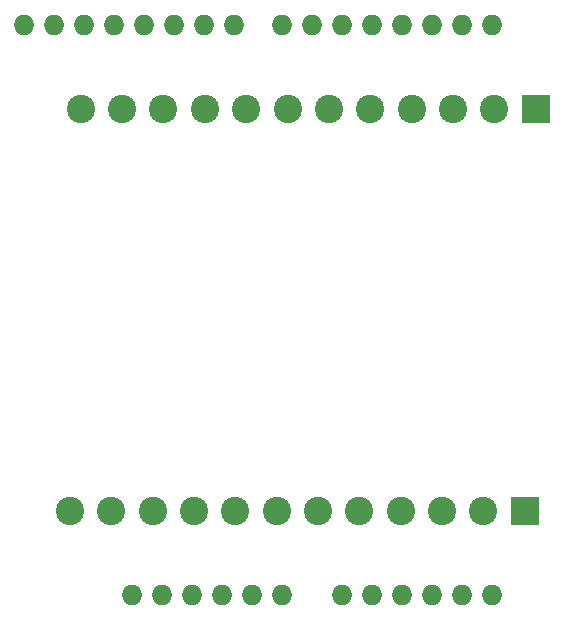
<source format=gbr>
%TF.GenerationSoftware,KiCad,Pcbnew,(6.0.7)*%
%TF.CreationDate,2022-11-28T13:53:11-06:00*%
%TF.ProjectId,Ebox,45626f78-2e6b-4696-9361-645f70636258,rev?*%
%TF.SameCoordinates,Original*%
%TF.FileFunction,Copper,L2,Bot*%
%TF.FilePolarity,Positive*%
%FSLAX46Y46*%
G04 Gerber Fmt 4.6, Leading zero omitted, Abs format (unit mm)*
G04 Created by KiCad (PCBNEW (6.0.7)) date 2022-11-28 13:53:11*
%MOMM*%
%LPD*%
G01*
G04 APERTURE LIST*
%TA.AperFunction,ComponentPad*%
%ADD10O,1.727200X1.727200*%
%TD*%
%TA.AperFunction,ComponentPad*%
%ADD11R,2.400000X2.400000*%
%TD*%
%TA.AperFunction,ComponentPad*%
%ADD12C,2.400000*%
%TD*%
G04 APERTURE END LIST*
D10*
%TO.P,XA1,3V3,3.3V*%
%TO.N,Net-(XA1-Pad3V3)*%
X94575500Y-105322500D03*
%TO.P,XA1,5V1,5V*%
%TO.N,Net-(XA1-Pad5V1)*%
X97115500Y-105322500D03*
%TO.P,XA1,A0,A0*%
%TO.N,Net-(XA1-PadA0)*%
X109815500Y-105322500D03*
%TO.P,XA1,A1,A1*%
%TO.N,Net-(XA1-PadA1)*%
X112355500Y-105322500D03*
%TO.P,XA1,A2,A2*%
%TO.N,Net-(XA1-PadA2)*%
X114895500Y-105322500D03*
%TO.P,XA1,A3,A3*%
%TO.N,Net-(XA1-PadA3)*%
X117435500Y-105322500D03*
%TO.P,XA1,A4,A4*%
%TO.N,Net-(XA1-PadA4)*%
X119975500Y-105322500D03*
%TO.P,XA1,A5,A5*%
%TO.N,Net-(XA1-PadA5)*%
X122515500Y-105322500D03*
%TO.P,XA1,AREF,AREF*%
%TO.N,unconnected-(XA1-PadAREF)*%
X82891500Y-57062500D03*
%TO.P,XA1,D0,D0_RX0*%
%TO.N,unconnected-(XA1-PadD0)*%
X122515500Y-57062500D03*
%TO.P,XA1,D1,D1_TX0*%
%TO.N,unconnected-(XA1-PadD1)*%
X119975500Y-57062500D03*
%TO.P,XA1,D2,D2_INT0*%
%TO.N,Net-(XA1-PadD2)*%
X117435500Y-57062500D03*
%TO.P,XA1,D3,D3_INT1*%
%TO.N,Net-(XA1-PadD3)*%
X114895500Y-57062500D03*
%TO.P,XA1,D4,D4*%
%TO.N,Net-(XA1-PadD4)*%
X112355500Y-57062500D03*
%TO.P,XA1,D5,D5*%
%TO.N,Net-(XA1-PadD5)*%
X109815500Y-57062500D03*
%TO.P,XA1,D6,D6*%
%TO.N,Net-(J1-Pad5)*%
X107275500Y-57062500D03*
%TO.P,XA1,D7,D7*%
%TO.N,Net-(J1-Pad6)*%
X104735500Y-57062500D03*
%TO.P,XA1,D8,D8*%
%TO.N,Net-(J1-Pad7)*%
X100671500Y-57062500D03*
%TO.P,XA1,D9,D9*%
%TO.N,Net-(J1-Pad8)*%
X98131500Y-57062500D03*
%TO.P,XA1,D10,D10*%
%TO.N,Net-(J1-Pad9)*%
X95591500Y-57062500D03*
%TO.P,XA1,D11,D11*%
%TO.N,Net-(J1-Pad10)*%
X93051500Y-57062500D03*
%TO.P,XA1,D12,D12*%
%TO.N,Net-(J1-Pad11)*%
X90511500Y-57062500D03*
%TO.P,XA1,D13,D13*%
%TO.N,Net-(J1-Pad12)*%
X87971500Y-57062500D03*
%TO.P,XA1,GND1,GND*%
%TO.N,unconnected-(XA1-PadGND1)*%
X85431500Y-57062500D03*
%TO.P,XA1,GND2,GND*%
%TO.N,Net-(XA1-PadGND2)*%
X99655500Y-105322500D03*
%TO.P,XA1,GND3,GND*%
%TO.N,Net-(XA1-PadGND3)*%
X102195500Y-105322500D03*
%TO.P,XA1,RST1,RESET*%
%TO.N,Net-(XA1-PadRST1)*%
X92035500Y-105322500D03*
%TO.P,XA1,VIN,VIN*%
%TO.N,Net-(XA1-PadVIN)*%
X104735500Y-105322500D03*
%TD*%
D11*
%TO.P,J2,1,Pin_1*%
%TO.N,Net-(XA1-PadA5)*%
X125320400Y-98245600D03*
D12*
%TO.P,J2,2,Pin_2*%
%TO.N,Net-(XA1-PadA4)*%
X121820400Y-98245600D03*
%TO.P,J2,3,Pin_3*%
%TO.N,Net-(XA1-PadA3)*%
X118320400Y-98245600D03*
%TO.P,J2,4,Pin_4*%
%TO.N,Net-(XA1-PadA2)*%
X114820400Y-98245600D03*
%TO.P,J2,5,Pin_5*%
%TO.N,Net-(XA1-PadA1)*%
X111320400Y-98245600D03*
%TO.P,J2,6,Pin_6*%
%TO.N,Net-(XA1-PadA0)*%
X107820400Y-98245600D03*
%TO.P,J2,7,Pin_7*%
%TO.N,Net-(XA1-PadVIN)*%
X104320400Y-98245600D03*
%TO.P,J2,8,Pin_8*%
%TO.N,Net-(XA1-PadGND3)*%
X100820400Y-98245600D03*
%TO.P,J2,9,Pin_9*%
%TO.N,Net-(XA1-PadGND2)*%
X97320400Y-98245600D03*
%TO.P,J2,10,Pin_10*%
%TO.N,Net-(XA1-Pad5V1)*%
X93820400Y-98245600D03*
%TO.P,J2,11,Pin_11*%
%TO.N,Net-(XA1-Pad3V3)*%
X90320400Y-98245600D03*
%TO.P,J2,12,Pin_12*%
%TO.N,Net-(XA1-PadRST1)*%
X86820400Y-98245600D03*
%TD*%
D11*
%TO.P,J1,1,Pin_1*%
%TO.N,Net-(XA1-PadD2)*%
X126234800Y-64209600D03*
D12*
%TO.P,J1,2,Pin_2*%
%TO.N,Net-(XA1-PadD3)*%
X122734800Y-64209600D03*
%TO.P,J1,3,Pin_3*%
%TO.N,Net-(XA1-PadD4)*%
X119234800Y-64209600D03*
%TO.P,J1,4,Pin_4*%
%TO.N,Net-(XA1-PadD5)*%
X115734800Y-64209600D03*
%TO.P,J1,5,Pin_5*%
%TO.N,Net-(J1-Pad5)*%
X112234800Y-64209600D03*
%TO.P,J1,6,Pin_6*%
%TO.N,Net-(J1-Pad6)*%
X108734800Y-64209600D03*
%TO.P,J1,7,Pin_7*%
%TO.N,Net-(J1-Pad7)*%
X105234800Y-64209600D03*
%TO.P,J1,8,Pin_8*%
%TO.N,Net-(J1-Pad8)*%
X101734800Y-64209600D03*
%TO.P,J1,9,Pin_9*%
%TO.N,Net-(J1-Pad9)*%
X98234800Y-64209600D03*
%TO.P,J1,10,Pin_10*%
%TO.N,Net-(J1-Pad10)*%
X94734800Y-64209600D03*
%TO.P,J1,11,Pin_11*%
%TO.N,Net-(J1-Pad11)*%
X91234800Y-64209600D03*
%TO.P,J1,12,Pin_12*%
%TO.N,Net-(J1-Pad12)*%
X87734800Y-64209600D03*
%TD*%
M02*

</source>
